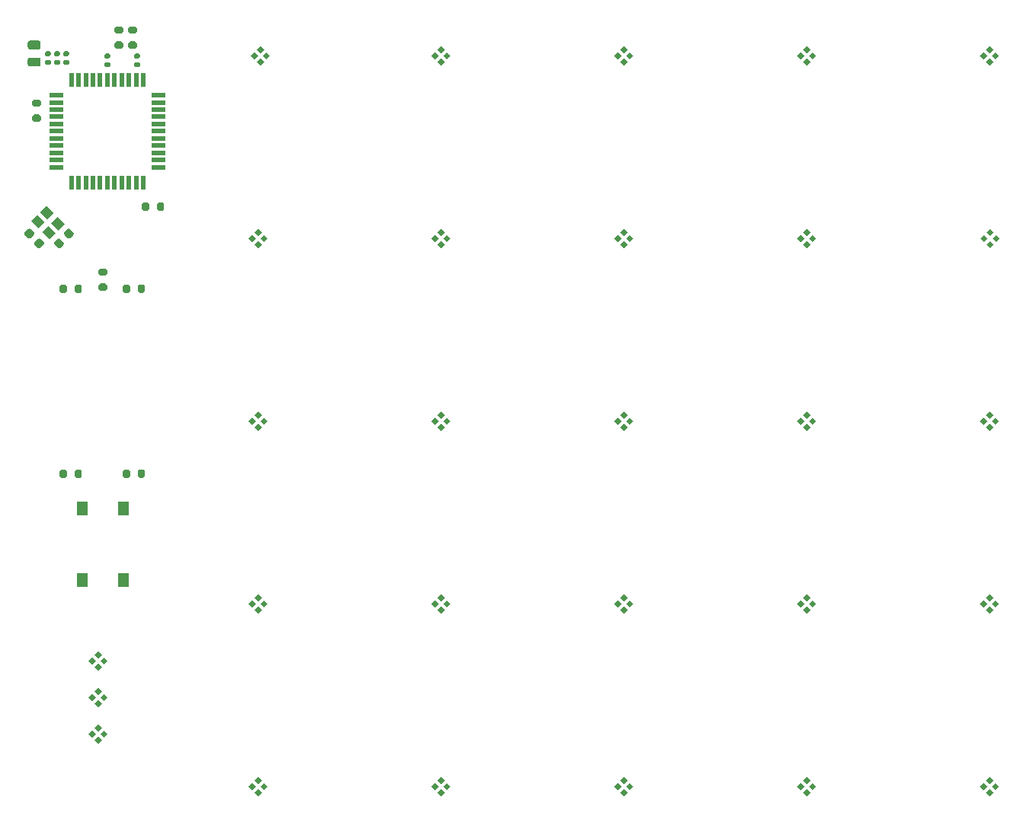
<source format=gbr>
%TF.GenerationSoftware,KiCad,Pcbnew,(5.1.8)-1*%
%TF.CreationDate,2020-12-21T14:13:34-08:00*%
%TF.ProjectId,DeskTopVolKnob_Keypad,4465736b-546f-4705-966f-6c4b6e6f625f,rev?*%
%TF.SameCoordinates,Original*%
%TF.FileFunction,Paste,Top*%
%TF.FilePolarity,Positive*%
%FSLAX46Y46*%
G04 Gerber Fmt 4.6, Leading zero omitted, Abs format (unit mm)*
G04 Created by KiCad (PCBNEW (5.1.8)-1) date 2020-12-21 14:13:34*
%MOMM*%
%LPD*%
G01*
G04 APERTURE LIST*
%ADD10C,0.100000*%
%ADD11R,1.300000X1.550000*%
%ADD12R,1.500000X0.550000*%
%ADD13R,0.550000X1.500000*%
G04 APERTURE END LIST*
D10*
%TO.C,D51*%
G36*
X45048249Y-100210909D02*
G01*
X44659340Y-99822000D01*
X45048249Y-99433091D01*
X45437158Y-99822000D01*
X45048249Y-100210909D01*
G37*
G36*
X45720000Y-99539158D02*
G01*
X45331091Y-99150249D01*
X45720000Y-98761340D01*
X46108909Y-99150249D01*
X45720000Y-99539158D01*
G37*
G36*
X46391751Y-100210909D02*
G01*
X46002842Y-99822000D01*
X46391751Y-99433091D01*
X46780660Y-99822000D01*
X46391751Y-100210909D01*
G37*
G36*
X45720000Y-100882660D02*
G01*
X45331091Y-100493751D01*
X45720000Y-100104842D01*
X46108909Y-100493751D01*
X45720000Y-100882660D01*
G37*
%TD*%
%TO.C,D52*%
G36*
X45048249Y-104274909D02*
G01*
X44659340Y-103886000D01*
X45048249Y-103497091D01*
X45437158Y-103886000D01*
X45048249Y-104274909D01*
G37*
G36*
X45720000Y-103603158D02*
G01*
X45331091Y-103214249D01*
X45720000Y-102825340D01*
X46108909Y-103214249D01*
X45720000Y-103603158D01*
G37*
G36*
X46391751Y-104274909D02*
G01*
X46002842Y-103886000D01*
X46391751Y-103497091D01*
X46780660Y-103886000D01*
X46391751Y-104274909D01*
G37*
G36*
X45720000Y-104946660D02*
G01*
X45331091Y-104557751D01*
X45720000Y-104168842D01*
X46108909Y-104557751D01*
X45720000Y-104946660D01*
G37*
%TD*%
%TO.C,D53*%
G36*
X45048249Y-108338909D02*
G01*
X44659340Y-107950000D01*
X45048249Y-107561091D01*
X45437158Y-107950000D01*
X45048249Y-108338909D01*
G37*
G36*
X45720000Y-107667158D02*
G01*
X45331091Y-107278249D01*
X45720000Y-106889340D01*
X46108909Y-107278249D01*
X45720000Y-107667158D01*
G37*
G36*
X46391751Y-108338909D02*
G01*
X46002842Y-107950000D01*
X46391751Y-107561091D01*
X46780660Y-107950000D01*
X46391751Y-108338909D01*
G37*
G36*
X45720000Y-109010660D02*
G01*
X45331091Y-108621751D01*
X45720000Y-108232842D01*
X46108909Y-108621751D01*
X45720000Y-109010660D01*
G37*
%TD*%
%TO.C,D50*%
G36*
X63111091Y-113120249D02*
G01*
X63500000Y-112731340D01*
X63888909Y-113120249D01*
X63500000Y-113509158D01*
X63111091Y-113120249D01*
G37*
G36*
X63782842Y-113792000D02*
G01*
X64171751Y-113403091D01*
X64560660Y-113792000D01*
X64171751Y-114180909D01*
X63782842Y-113792000D01*
G37*
G36*
X63111091Y-114463751D02*
G01*
X63500000Y-114074842D01*
X63888909Y-114463751D01*
X63500000Y-114852660D01*
X63111091Y-114463751D01*
G37*
G36*
X62439340Y-113792000D02*
G01*
X62828249Y-113403091D01*
X63217158Y-113792000D01*
X62828249Y-114180909D01*
X62439340Y-113792000D01*
G37*
%TD*%
%TO.C,D49*%
G36*
X83431091Y-113120249D02*
G01*
X83820000Y-112731340D01*
X84208909Y-113120249D01*
X83820000Y-113509158D01*
X83431091Y-113120249D01*
G37*
G36*
X84102842Y-113792000D02*
G01*
X84491751Y-113403091D01*
X84880660Y-113792000D01*
X84491751Y-114180909D01*
X84102842Y-113792000D01*
G37*
G36*
X83431091Y-114463751D02*
G01*
X83820000Y-114074842D01*
X84208909Y-114463751D01*
X83820000Y-114852660D01*
X83431091Y-114463751D01*
G37*
G36*
X82759340Y-113792000D02*
G01*
X83148249Y-113403091D01*
X83537158Y-113792000D01*
X83148249Y-114180909D01*
X82759340Y-113792000D01*
G37*
%TD*%
%TO.C,D48*%
G36*
X103751091Y-113120249D02*
G01*
X104140000Y-112731340D01*
X104528909Y-113120249D01*
X104140000Y-113509158D01*
X103751091Y-113120249D01*
G37*
G36*
X104422842Y-113792000D02*
G01*
X104811751Y-113403091D01*
X105200660Y-113792000D01*
X104811751Y-114180909D01*
X104422842Y-113792000D01*
G37*
G36*
X103751091Y-114463751D02*
G01*
X104140000Y-114074842D01*
X104528909Y-114463751D01*
X104140000Y-114852660D01*
X103751091Y-114463751D01*
G37*
G36*
X103079340Y-113792000D02*
G01*
X103468249Y-113403091D01*
X103857158Y-113792000D01*
X103468249Y-114180909D01*
X103079340Y-113792000D01*
G37*
%TD*%
%TO.C,D47*%
G36*
X124071091Y-113120249D02*
G01*
X124460000Y-112731340D01*
X124848909Y-113120249D01*
X124460000Y-113509158D01*
X124071091Y-113120249D01*
G37*
G36*
X124742842Y-113792000D02*
G01*
X125131751Y-113403091D01*
X125520660Y-113792000D01*
X125131751Y-114180909D01*
X124742842Y-113792000D01*
G37*
G36*
X124071091Y-114463751D02*
G01*
X124460000Y-114074842D01*
X124848909Y-114463751D01*
X124460000Y-114852660D01*
X124071091Y-114463751D01*
G37*
G36*
X123399340Y-113792000D02*
G01*
X123788249Y-113403091D01*
X124177158Y-113792000D01*
X123788249Y-114180909D01*
X123399340Y-113792000D01*
G37*
%TD*%
%TO.C,D46*%
G36*
X144391091Y-113120249D02*
G01*
X144780000Y-112731340D01*
X145168909Y-113120249D01*
X144780000Y-113509158D01*
X144391091Y-113120249D01*
G37*
G36*
X145062842Y-113792000D02*
G01*
X145451751Y-113403091D01*
X145840660Y-113792000D01*
X145451751Y-114180909D01*
X145062842Y-113792000D01*
G37*
G36*
X144391091Y-114463751D02*
G01*
X144780000Y-114074842D01*
X145168909Y-114463751D01*
X144780000Y-114852660D01*
X144391091Y-114463751D01*
G37*
G36*
X143719340Y-113792000D02*
G01*
X144108249Y-113403091D01*
X144497158Y-113792000D01*
X144108249Y-114180909D01*
X143719340Y-113792000D01*
G37*
%TD*%
%TO.C,D45*%
G36*
X145168909Y-94143751D02*
G01*
X144780000Y-94532660D01*
X144391091Y-94143751D01*
X144780000Y-93754842D01*
X145168909Y-94143751D01*
G37*
G36*
X144497158Y-93472000D02*
G01*
X144108249Y-93860909D01*
X143719340Y-93472000D01*
X144108249Y-93083091D01*
X144497158Y-93472000D01*
G37*
G36*
X145168909Y-92800249D02*
G01*
X144780000Y-93189158D01*
X144391091Y-92800249D01*
X144780000Y-92411340D01*
X145168909Y-92800249D01*
G37*
G36*
X145840660Y-93472000D02*
G01*
X145451751Y-93860909D01*
X145062842Y-93472000D01*
X145451751Y-93083091D01*
X145840660Y-93472000D01*
G37*
%TD*%
%TO.C,D44*%
G36*
X124848909Y-94143751D02*
G01*
X124460000Y-94532660D01*
X124071091Y-94143751D01*
X124460000Y-93754842D01*
X124848909Y-94143751D01*
G37*
G36*
X124177158Y-93472000D02*
G01*
X123788249Y-93860909D01*
X123399340Y-93472000D01*
X123788249Y-93083091D01*
X124177158Y-93472000D01*
G37*
G36*
X124848909Y-92800249D02*
G01*
X124460000Y-93189158D01*
X124071091Y-92800249D01*
X124460000Y-92411340D01*
X124848909Y-92800249D01*
G37*
G36*
X125520660Y-93472000D02*
G01*
X125131751Y-93860909D01*
X124742842Y-93472000D01*
X125131751Y-93083091D01*
X125520660Y-93472000D01*
G37*
%TD*%
%TO.C,D43*%
G36*
X104528909Y-94143751D02*
G01*
X104140000Y-94532660D01*
X103751091Y-94143751D01*
X104140000Y-93754842D01*
X104528909Y-94143751D01*
G37*
G36*
X103857158Y-93472000D02*
G01*
X103468249Y-93860909D01*
X103079340Y-93472000D01*
X103468249Y-93083091D01*
X103857158Y-93472000D01*
G37*
G36*
X104528909Y-92800249D02*
G01*
X104140000Y-93189158D01*
X103751091Y-92800249D01*
X104140000Y-92411340D01*
X104528909Y-92800249D01*
G37*
G36*
X105200660Y-93472000D02*
G01*
X104811751Y-93860909D01*
X104422842Y-93472000D01*
X104811751Y-93083091D01*
X105200660Y-93472000D01*
G37*
%TD*%
%TO.C,D42*%
G36*
X84208909Y-94143751D02*
G01*
X83820000Y-94532660D01*
X83431091Y-94143751D01*
X83820000Y-93754842D01*
X84208909Y-94143751D01*
G37*
G36*
X83537158Y-93472000D02*
G01*
X83148249Y-93860909D01*
X82759340Y-93472000D01*
X83148249Y-93083091D01*
X83537158Y-93472000D01*
G37*
G36*
X84208909Y-92800249D02*
G01*
X83820000Y-93189158D01*
X83431091Y-92800249D01*
X83820000Y-92411340D01*
X84208909Y-92800249D01*
G37*
G36*
X84880660Y-93472000D02*
G01*
X84491751Y-93860909D01*
X84102842Y-93472000D01*
X84491751Y-93083091D01*
X84880660Y-93472000D01*
G37*
%TD*%
%TO.C,D41*%
G36*
X63888909Y-94143751D02*
G01*
X63500000Y-94532660D01*
X63111091Y-94143751D01*
X63500000Y-93754842D01*
X63888909Y-94143751D01*
G37*
G36*
X63217158Y-93472000D02*
G01*
X62828249Y-93860909D01*
X62439340Y-93472000D01*
X62828249Y-93083091D01*
X63217158Y-93472000D01*
G37*
G36*
X63888909Y-92800249D02*
G01*
X63500000Y-93189158D01*
X63111091Y-92800249D01*
X63500000Y-92411340D01*
X63888909Y-92800249D01*
G37*
G36*
X64560660Y-93472000D02*
G01*
X64171751Y-93860909D01*
X63782842Y-93472000D01*
X64171751Y-93083091D01*
X64560660Y-93472000D01*
G37*
%TD*%
%TO.C,D40*%
G36*
X63111091Y-72480249D02*
G01*
X63500000Y-72091340D01*
X63888909Y-72480249D01*
X63500000Y-72869158D01*
X63111091Y-72480249D01*
G37*
G36*
X63782842Y-73152000D02*
G01*
X64171751Y-72763091D01*
X64560660Y-73152000D01*
X64171751Y-73540909D01*
X63782842Y-73152000D01*
G37*
G36*
X63111091Y-73823751D02*
G01*
X63500000Y-73434842D01*
X63888909Y-73823751D01*
X63500000Y-74212660D01*
X63111091Y-73823751D01*
G37*
G36*
X62439340Y-73152000D02*
G01*
X62828249Y-72763091D01*
X63217158Y-73152000D01*
X62828249Y-73540909D01*
X62439340Y-73152000D01*
G37*
%TD*%
%TO.C,D39*%
G36*
X83431091Y-72480249D02*
G01*
X83820000Y-72091340D01*
X84208909Y-72480249D01*
X83820000Y-72869158D01*
X83431091Y-72480249D01*
G37*
G36*
X84102842Y-73152000D02*
G01*
X84491751Y-72763091D01*
X84880660Y-73152000D01*
X84491751Y-73540909D01*
X84102842Y-73152000D01*
G37*
G36*
X83431091Y-73823751D02*
G01*
X83820000Y-73434842D01*
X84208909Y-73823751D01*
X83820000Y-74212660D01*
X83431091Y-73823751D01*
G37*
G36*
X82759340Y-73152000D02*
G01*
X83148249Y-72763091D01*
X83537158Y-73152000D01*
X83148249Y-73540909D01*
X82759340Y-73152000D01*
G37*
%TD*%
%TO.C,D38*%
G36*
X103751091Y-72480249D02*
G01*
X104140000Y-72091340D01*
X104528909Y-72480249D01*
X104140000Y-72869158D01*
X103751091Y-72480249D01*
G37*
G36*
X104422842Y-73152000D02*
G01*
X104811751Y-72763091D01*
X105200660Y-73152000D01*
X104811751Y-73540909D01*
X104422842Y-73152000D01*
G37*
G36*
X103751091Y-73823751D02*
G01*
X104140000Y-73434842D01*
X104528909Y-73823751D01*
X104140000Y-74212660D01*
X103751091Y-73823751D01*
G37*
G36*
X103079340Y-73152000D02*
G01*
X103468249Y-72763091D01*
X103857158Y-73152000D01*
X103468249Y-73540909D01*
X103079340Y-73152000D01*
G37*
%TD*%
%TO.C,D37*%
G36*
X124071091Y-72480249D02*
G01*
X124460000Y-72091340D01*
X124848909Y-72480249D01*
X124460000Y-72869158D01*
X124071091Y-72480249D01*
G37*
G36*
X124742842Y-73152000D02*
G01*
X125131751Y-72763091D01*
X125520660Y-73152000D01*
X125131751Y-73540909D01*
X124742842Y-73152000D01*
G37*
G36*
X124071091Y-73823751D02*
G01*
X124460000Y-73434842D01*
X124848909Y-73823751D01*
X124460000Y-74212660D01*
X124071091Y-73823751D01*
G37*
G36*
X123399340Y-73152000D02*
G01*
X123788249Y-72763091D01*
X124177158Y-73152000D01*
X123788249Y-73540909D01*
X123399340Y-73152000D01*
G37*
%TD*%
%TO.C,D36*%
G36*
X144391091Y-72480249D02*
G01*
X144780000Y-72091340D01*
X145168909Y-72480249D01*
X144780000Y-72869158D01*
X144391091Y-72480249D01*
G37*
G36*
X145062842Y-73152000D02*
G01*
X145451751Y-72763091D01*
X145840660Y-73152000D01*
X145451751Y-73540909D01*
X145062842Y-73152000D01*
G37*
G36*
X144391091Y-73823751D02*
G01*
X144780000Y-73434842D01*
X145168909Y-73823751D01*
X144780000Y-74212660D01*
X144391091Y-73823751D01*
G37*
G36*
X143719340Y-73152000D02*
G01*
X144108249Y-72763091D01*
X144497158Y-73152000D01*
X144108249Y-73540909D01*
X143719340Y-73152000D01*
G37*
%TD*%
%TO.C,D35*%
G36*
X145201909Y-53503751D02*
G01*
X144813000Y-53892660D01*
X144424091Y-53503751D01*
X144813000Y-53114842D01*
X145201909Y-53503751D01*
G37*
G36*
X144530158Y-52832000D02*
G01*
X144141249Y-53220909D01*
X143752340Y-52832000D01*
X144141249Y-52443091D01*
X144530158Y-52832000D01*
G37*
G36*
X145201909Y-52160249D02*
G01*
X144813000Y-52549158D01*
X144424091Y-52160249D01*
X144813000Y-51771340D01*
X145201909Y-52160249D01*
G37*
G36*
X145873660Y-52832000D02*
G01*
X145484751Y-53220909D01*
X145095842Y-52832000D01*
X145484751Y-52443091D01*
X145873660Y-52832000D01*
G37*
%TD*%
%TO.C,D34*%
G36*
X124848909Y-53503751D02*
G01*
X124460000Y-53892660D01*
X124071091Y-53503751D01*
X124460000Y-53114842D01*
X124848909Y-53503751D01*
G37*
G36*
X124177158Y-52832000D02*
G01*
X123788249Y-53220909D01*
X123399340Y-52832000D01*
X123788249Y-52443091D01*
X124177158Y-52832000D01*
G37*
G36*
X124848909Y-52160249D02*
G01*
X124460000Y-52549158D01*
X124071091Y-52160249D01*
X124460000Y-51771340D01*
X124848909Y-52160249D01*
G37*
G36*
X125520660Y-52832000D02*
G01*
X125131751Y-53220909D01*
X124742842Y-52832000D01*
X125131751Y-52443091D01*
X125520660Y-52832000D01*
G37*
%TD*%
%TO.C,D33*%
G36*
X104528909Y-53503751D02*
G01*
X104140000Y-53892660D01*
X103751091Y-53503751D01*
X104140000Y-53114842D01*
X104528909Y-53503751D01*
G37*
G36*
X103857158Y-52832000D02*
G01*
X103468249Y-53220909D01*
X103079340Y-52832000D01*
X103468249Y-52443091D01*
X103857158Y-52832000D01*
G37*
G36*
X104528909Y-52160249D02*
G01*
X104140000Y-52549158D01*
X103751091Y-52160249D01*
X104140000Y-51771340D01*
X104528909Y-52160249D01*
G37*
G36*
X105200660Y-52832000D02*
G01*
X104811751Y-53220909D01*
X104422842Y-52832000D01*
X104811751Y-52443091D01*
X105200660Y-52832000D01*
G37*
%TD*%
%TO.C,D32*%
G36*
X84208909Y-53503751D02*
G01*
X83820000Y-53892660D01*
X83431091Y-53503751D01*
X83820000Y-53114842D01*
X84208909Y-53503751D01*
G37*
G36*
X83537158Y-52832000D02*
G01*
X83148249Y-53220909D01*
X82759340Y-52832000D01*
X83148249Y-52443091D01*
X83537158Y-52832000D01*
G37*
G36*
X84208909Y-52160249D02*
G01*
X83820000Y-52549158D01*
X83431091Y-52160249D01*
X83820000Y-51771340D01*
X84208909Y-52160249D01*
G37*
G36*
X84880660Y-52832000D02*
G01*
X84491751Y-53220909D01*
X84102842Y-52832000D01*
X84491751Y-52443091D01*
X84880660Y-52832000D01*
G37*
%TD*%
%TO.C,D31*%
G36*
X63888909Y-53503751D02*
G01*
X63500000Y-53892660D01*
X63111091Y-53503751D01*
X63500000Y-53114842D01*
X63888909Y-53503751D01*
G37*
G36*
X63217158Y-52832000D02*
G01*
X62828249Y-53220909D01*
X62439340Y-52832000D01*
X62828249Y-52443091D01*
X63217158Y-52832000D01*
G37*
G36*
X63888909Y-52160249D02*
G01*
X63500000Y-52549158D01*
X63111091Y-52160249D01*
X63500000Y-51771340D01*
X63888909Y-52160249D01*
G37*
G36*
X64560660Y-52832000D02*
G01*
X64171751Y-53220909D01*
X63782842Y-52832000D01*
X64171751Y-52443091D01*
X64560660Y-52832000D01*
G37*
%TD*%
%TO.C,D30*%
G36*
X63365091Y-31840249D02*
G01*
X63754000Y-31451340D01*
X64142909Y-31840249D01*
X63754000Y-32229158D01*
X63365091Y-31840249D01*
G37*
G36*
X64036842Y-32512000D02*
G01*
X64425751Y-32123091D01*
X64814660Y-32512000D01*
X64425751Y-32900909D01*
X64036842Y-32512000D01*
G37*
G36*
X63365091Y-33183751D02*
G01*
X63754000Y-32794842D01*
X64142909Y-33183751D01*
X63754000Y-33572660D01*
X63365091Y-33183751D01*
G37*
G36*
X62693340Y-32512000D02*
G01*
X63082249Y-32123091D01*
X63471158Y-32512000D01*
X63082249Y-32900909D01*
X62693340Y-32512000D01*
G37*
%TD*%
%TO.C,D29*%
G36*
X83431091Y-31840249D02*
G01*
X83820000Y-31451340D01*
X84208909Y-31840249D01*
X83820000Y-32229158D01*
X83431091Y-31840249D01*
G37*
G36*
X84102842Y-32512000D02*
G01*
X84491751Y-32123091D01*
X84880660Y-32512000D01*
X84491751Y-32900909D01*
X84102842Y-32512000D01*
G37*
G36*
X83431091Y-33183751D02*
G01*
X83820000Y-32794842D01*
X84208909Y-33183751D01*
X83820000Y-33572660D01*
X83431091Y-33183751D01*
G37*
G36*
X82759340Y-32512000D02*
G01*
X83148249Y-32123091D01*
X83537158Y-32512000D01*
X83148249Y-32900909D01*
X82759340Y-32512000D01*
G37*
%TD*%
%TO.C,D28*%
G36*
X103751091Y-31840249D02*
G01*
X104140000Y-31451340D01*
X104528909Y-31840249D01*
X104140000Y-32229158D01*
X103751091Y-31840249D01*
G37*
G36*
X104422842Y-32512000D02*
G01*
X104811751Y-32123091D01*
X105200660Y-32512000D01*
X104811751Y-32900909D01*
X104422842Y-32512000D01*
G37*
G36*
X103751091Y-33183751D02*
G01*
X104140000Y-32794842D01*
X104528909Y-33183751D01*
X104140000Y-33572660D01*
X103751091Y-33183751D01*
G37*
G36*
X103079340Y-32512000D02*
G01*
X103468249Y-32123091D01*
X103857158Y-32512000D01*
X103468249Y-32900909D01*
X103079340Y-32512000D01*
G37*
%TD*%
%TO.C,D27*%
G36*
X124071091Y-31840249D02*
G01*
X124460000Y-31451340D01*
X124848909Y-31840249D01*
X124460000Y-32229158D01*
X124071091Y-31840249D01*
G37*
G36*
X124742842Y-32512000D02*
G01*
X125131751Y-32123091D01*
X125520660Y-32512000D01*
X125131751Y-32900909D01*
X124742842Y-32512000D01*
G37*
G36*
X124071091Y-33183751D02*
G01*
X124460000Y-32794842D01*
X124848909Y-33183751D01*
X124460000Y-33572660D01*
X124071091Y-33183751D01*
G37*
G36*
X123399340Y-32512000D02*
G01*
X123788249Y-32123091D01*
X124177158Y-32512000D01*
X123788249Y-32900909D01*
X123399340Y-32512000D01*
G37*
%TD*%
%TO.C,D26*%
G36*
X144391091Y-31840249D02*
G01*
X144780000Y-31451340D01*
X145168909Y-31840249D01*
X144780000Y-32229158D01*
X144391091Y-31840249D01*
G37*
G36*
X145062842Y-32512000D02*
G01*
X145451751Y-32123091D01*
X145840660Y-32512000D01*
X145451751Y-32900909D01*
X145062842Y-32512000D01*
G37*
G36*
X144391091Y-33183751D02*
G01*
X144780000Y-32794842D01*
X145168909Y-33183751D01*
X144780000Y-33572660D01*
X144391091Y-33183751D01*
G37*
G36*
X143719340Y-32512000D02*
G01*
X144108249Y-32123091D01*
X144497158Y-32512000D01*
X144108249Y-32900909D01*
X143719340Y-32512000D01*
G37*
%TD*%
%TO.C,C7*%
G36*
G01*
X38554967Y-52425413D02*
X38201413Y-52778967D01*
G75*
G02*
X37883215Y-52778967I-159099J159099D01*
G01*
X37565017Y-52460769D01*
G75*
G02*
X37565017Y-52142571I159099J159099D01*
G01*
X37918571Y-51789017D01*
G75*
G02*
X38236769Y-51789017I159099J-159099D01*
G01*
X38554967Y-52107215D01*
G75*
G02*
X38554967Y-52425413I-159099J-159099D01*
G01*
G37*
G36*
G01*
X39650983Y-53521429D02*
X39297429Y-53874983D01*
G75*
G02*
X38979231Y-53874983I-159099J159099D01*
G01*
X38661033Y-53556785D01*
G75*
G02*
X38661033Y-53238587I159099J159099D01*
G01*
X39014587Y-52885033D01*
G75*
G02*
X39332785Y-52885033I159099J-159099D01*
G01*
X39650983Y-53203231D01*
G75*
G02*
X39650983Y-53521429I-159099J-159099D01*
G01*
G37*
%TD*%
%TO.C,C6*%
G36*
G01*
X41503413Y-52885033D02*
X41856967Y-53238587D01*
G75*
G02*
X41856967Y-53556785I-159099J-159099D01*
G01*
X41538769Y-53874983D01*
G75*
G02*
X41220571Y-53874983I-159099J159099D01*
G01*
X40867017Y-53521429D01*
G75*
G02*
X40867017Y-53203231I159099J159099D01*
G01*
X41185215Y-52885033D01*
G75*
G02*
X41503413Y-52885033I159099J-159099D01*
G01*
G37*
G36*
G01*
X42599429Y-51789017D02*
X42952983Y-52142571D01*
G75*
G02*
X42952983Y-52460769I-159099J-159099D01*
G01*
X42634785Y-52778967D01*
G75*
G02*
X42316587Y-52778967I-159099J159099D01*
G01*
X41963033Y-52425413D01*
G75*
G02*
X41963033Y-52107215I159099J159099D01*
G01*
X42281231Y-51789017D01*
G75*
G02*
X42599429Y-51789017I159099J-159099D01*
G01*
G37*
%TD*%
%TO.C,R11*%
G36*
G01*
X39137000Y-38183000D02*
X38587000Y-38183000D01*
G75*
G02*
X38387000Y-37983000I0J200000D01*
G01*
X38387000Y-37583000D01*
G75*
G02*
X38587000Y-37383000I200000J0D01*
G01*
X39137000Y-37383000D01*
G75*
G02*
X39337000Y-37583000I0J-200000D01*
G01*
X39337000Y-37983000D01*
G75*
G02*
X39137000Y-38183000I-200000J0D01*
G01*
G37*
G36*
G01*
X39137000Y-39833000D02*
X38587000Y-39833000D01*
G75*
G02*
X38387000Y-39633000I0J200000D01*
G01*
X38387000Y-39233000D01*
G75*
G02*
X38587000Y-39033000I200000J0D01*
G01*
X39137000Y-39033000D01*
G75*
G02*
X39337000Y-39233000I0J-200000D01*
G01*
X39337000Y-39633000D01*
G75*
G02*
X39137000Y-39833000I-200000J0D01*
G01*
G37*
%TD*%
D11*
%TO.C,SW27*%
X48478000Y-82893000D03*
X48478000Y-90843000D03*
X43978000Y-82893000D03*
X43978000Y-90843000D03*
%TD*%
%TO.C,R10*%
G36*
G01*
X49255500Y-78719000D02*
X49255500Y-79269000D01*
G75*
G02*
X49055500Y-79469000I-200000J0D01*
G01*
X48655500Y-79469000D01*
G75*
G02*
X48455500Y-79269000I0J200000D01*
G01*
X48455500Y-78719000D01*
G75*
G02*
X48655500Y-78519000I200000J0D01*
G01*
X49055500Y-78519000D01*
G75*
G02*
X49255500Y-78719000I0J-200000D01*
G01*
G37*
G36*
G01*
X50905500Y-78719000D02*
X50905500Y-79269000D01*
G75*
G02*
X50705500Y-79469000I-200000J0D01*
G01*
X50305500Y-79469000D01*
G75*
G02*
X50105500Y-79269000I0J200000D01*
G01*
X50105500Y-78719000D01*
G75*
G02*
X50305500Y-78519000I200000J0D01*
G01*
X50705500Y-78519000D01*
G75*
G02*
X50905500Y-78719000I0J-200000D01*
G01*
G37*
%TD*%
%TO.C,R9*%
G36*
G01*
X42247000Y-58145000D02*
X42247000Y-58695000D01*
G75*
G02*
X42047000Y-58895000I-200000J0D01*
G01*
X41647000Y-58895000D01*
G75*
G02*
X41447000Y-58695000I0J200000D01*
G01*
X41447000Y-58145000D01*
G75*
G02*
X41647000Y-57945000I200000J0D01*
G01*
X42047000Y-57945000D01*
G75*
G02*
X42247000Y-58145000I0J-200000D01*
G01*
G37*
G36*
G01*
X43897000Y-58145000D02*
X43897000Y-58695000D01*
G75*
G02*
X43697000Y-58895000I-200000J0D01*
G01*
X43297000Y-58895000D01*
G75*
G02*
X43097000Y-58695000I0J200000D01*
G01*
X43097000Y-58145000D01*
G75*
G02*
X43297000Y-57945000I200000J0D01*
G01*
X43697000Y-57945000D01*
G75*
G02*
X43897000Y-58145000I0J-200000D01*
G01*
G37*
%TD*%
%TO.C,R8*%
G36*
G01*
X49255500Y-58145000D02*
X49255500Y-58695000D01*
G75*
G02*
X49055500Y-58895000I-200000J0D01*
G01*
X48655500Y-58895000D01*
G75*
G02*
X48455500Y-58695000I0J200000D01*
G01*
X48455500Y-58145000D01*
G75*
G02*
X48655500Y-57945000I200000J0D01*
G01*
X49055500Y-57945000D01*
G75*
G02*
X49255500Y-58145000I0J-200000D01*
G01*
G37*
G36*
G01*
X50905500Y-58145000D02*
X50905500Y-58695000D01*
G75*
G02*
X50705500Y-58895000I-200000J0D01*
G01*
X50305500Y-58895000D01*
G75*
G02*
X50105500Y-58695000I0J200000D01*
G01*
X50105500Y-58145000D01*
G75*
G02*
X50305500Y-57945000I200000J0D01*
G01*
X50705500Y-57945000D01*
G75*
G02*
X50905500Y-58145000I0J-200000D01*
G01*
G37*
%TD*%
%TO.C,R7*%
G36*
G01*
X42247000Y-78719000D02*
X42247000Y-79269000D01*
G75*
G02*
X42047000Y-79469000I-200000J0D01*
G01*
X41647000Y-79469000D01*
G75*
G02*
X41447000Y-79269000I0J200000D01*
G01*
X41447000Y-78719000D01*
G75*
G02*
X41647000Y-78519000I200000J0D01*
G01*
X42047000Y-78519000D01*
G75*
G02*
X42247000Y-78719000I0J-200000D01*
G01*
G37*
G36*
G01*
X43897000Y-78719000D02*
X43897000Y-79269000D01*
G75*
G02*
X43697000Y-79469000I-200000J0D01*
G01*
X43297000Y-79469000D01*
G75*
G02*
X43097000Y-79269000I0J200000D01*
G01*
X43097000Y-78719000D01*
G75*
G02*
X43297000Y-78519000I200000J0D01*
G01*
X43697000Y-78519000D01*
G75*
G02*
X43897000Y-78719000I0J-200000D01*
G01*
G37*
%TD*%
%TO.C,R6*%
G36*
G01*
X46503000Y-56979000D02*
X45953000Y-56979000D01*
G75*
G02*
X45753000Y-56779000I0J200000D01*
G01*
X45753000Y-56379000D01*
G75*
G02*
X45953000Y-56179000I200000J0D01*
G01*
X46503000Y-56179000D01*
G75*
G02*
X46703000Y-56379000I0J-200000D01*
G01*
X46703000Y-56779000D01*
G75*
G02*
X46503000Y-56979000I-200000J0D01*
G01*
G37*
G36*
G01*
X46503000Y-58629000D02*
X45953000Y-58629000D01*
G75*
G02*
X45753000Y-58429000I0J200000D01*
G01*
X45753000Y-58029000D01*
G75*
G02*
X45953000Y-57829000I200000J0D01*
G01*
X46503000Y-57829000D01*
G75*
G02*
X46703000Y-58029000I0J-200000D01*
G01*
X46703000Y-58429000D01*
G75*
G02*
X46503000Y-58629000I-200000J0D01*
G01*
G37*
%TD*%
%TO.C,R5*%
G36*
G01*
X51391000Y-49001000D02*
X51391000Y-49551000D01*
G75*
G02*
X51191000Y-49751000I-200000J0D01*
G01*
X50791000Y-49751000D01*
G75*
G02*
X50591000Y-49551000I0J200000D01*
G01*
X50591000Y-49001000D01*
G75*
G02*
X50791000Y-48801000I200000J0D01*
G01*
X51191000Y-48801000D01*
G75*
G02*
X51391000Y-49001000I0J-200000D01*
G01*
G37*
G36*
G01*
X53041000Y-49001000D02*
X53041000Y-49551000D01*
G75*
G02*
X52841000Y-49751000I-200000J0D01*
G01*
X52441000Y-49751000D01*
G75*
G02*
X52241000Y-49551000I0J200000D01*
G01*
X52241000Y-49001000D01*
G75*
G02*
X52441000Y-48801000I200000J0D01*
G01*
X52841000Y-48801000D01*
G75*
G02*
X53041000Y-49001000I0J-200000D01*
G01*
G37*
%TD*%
%TO.C,R4*%
G36*
G01*
X49805000Y-30055000D02*
X49255000Y-30055000D01*
G75*
G02*
X49055000Y-29855000I0J200000D01*
G01*
X49055000Y-29455000D01*
G75*
G02*
X49255000Y-29255000I200000J0D01*
G01*
X49805000Y-29255000D01*
G75*
G02*
X50005000Y-29455000I0J-200000D01*
G01*
X50005000Y-29855000D01*
G75*
G02*
X49805000Y-30055000I-200000J0D01*
G01*
G37*
G36*
G01*
X49805000Y-31705000D02*
X49255000Y-31705000D01*
G75*
G02*
X49055000Y-31505000I0J200000D01*
G01*
X49055000Y-31105000D01*
G75*
G02*
X49255000Y-30905000I200000J0D01*
G01*
X49805000Y-30905000D01*
G75*
G02*
X50005000Y-31105000I0J-200000D01*
G01*
X50005000Y-31505000D01*
G75*
G02*
X49805000Y-31705000I-200000J0D01*
G01*
G37*
%TD*%
%TO.C,R3*%
G36*
G01*
X47731000Y-30905000D02*
X48281000Y-30905000D01*
G75*
G02*
X48481000Y-31105000I0J-200000D01*
G01*
X48481000Y-31505000D01*
G75*
G02*
X48281000Y-31705000I-200000J0D01*
G01*
X47731000Y-31705000D01*
G75*
G02*
X47531000Y-31505000I0J200000D01*
G01*
X47531000Y-31105000D01*
G75*
G02*
X47731000Y-30905000I200000J0D01*
G01*
G37*
G36*
G01*
X47731000Y-29255000D02*
X48281000Y-29255000D01*
G75*
G02*
X48481000Y-29455000I0J-200000D01*
G01*
X48481000Y-29855000D01*
G75*
G02*
X48281000Y-30055000I-200000J0D01*
G01*
X47731000Y-30055000D01*
G75*
G02*
X47531000Y-29855000I0J200000D01*
G01*
X47531000Y-29455000D01*
G75*
G02*
X47731000Y-29255000I200000J0D01*
G01*
G37*
%TD*%
D10*
%TO.C,Y1*%
G36*
X41015884Y-52220726D02*
G01*
X40308777Y-52927833D01*
X39495604Y-52114660D01*
X40202711Y-51407553D01*
X41015884Y-52220726D01*
G37*
G36*
X39778447Y-50983289D02*
G01*
X39071340Y-51690396D01*
X38258167Y-50877223D01*
X38965274Y-50170116D01*
X39778447Y-50983289D01*
G37*
G36*
X40768396Y-49993340D02*
G01*
X40061289Y-50700447D01*
X39248116Y-49887274D01*
X39955223Y-49180167D01*
X40768396Y-49993340D01*
G37*
G36*
X42005833Y-51230777D02*
G01*
X41298726Y-51937884D01*
X40485553Y-51124711D01*
X41192660Y-50417604D01*
X42005833Y-51230777D01*
G37*
%TD*%
%TO.C,C8*%
G36*
G01*
X46906000Y-32820000D02*
X46566000Y-32820000D01*
G75*
G02*
X46426000Y-32680000I0J140000D01*
G01*
X46426000Y-32400000D01*
G75*
G02*
X46566000Y-32260000I140000J0D01*
G01*
X46906000Y-32260000D01*
G75*
G02*
X47046000Y-32400000I0J-140000D01*
G01*
X47046000Y-32680000D01*
G75*
G02*
X46906000Y-32820000I-140000J0D01*
G01*
G37*
G36*
G01*
X46906000Y-33780000D02*
X46566000Y-33780000D01*
G75*
G02*
X46426000Y-33640000I0J140000D01*
G01*
X46426000Y-33360000D01*
G75*
G02*
X46566000Y-33220000I140000J0D01*
G01*
X46906000Y-33220000D01*
G75*
G02*
X47046000Y-33360000I0J-140000D01*
G01*
X47046000Y-33640000D01*
G75*
G02*
X46906000Y-33780000I-140000J0D01*
G01*
G37*
%TD*%
%TO.C,C4*%
G36*
G01*
X40302000Y-32566000D02*
X39962000Y-32566000D01*
G75*
G02*
X39822000Y-32426000I0J140000D01*
G01*
X39822000Y-32146000D01*
G75*
G02*
X39962000Y-32006000I140000J0D01*
G01*
X40302000Y-32006000D01*
G75*
G02*
X40442000Y-32146000I0J-140000D01*
G01*
X40442000Y-32426000D01*
G75*
G02*
X40302000Y-32566000I-140000J0D01*
G01*
G37*
G36*
G01*
X40302000Y-33526000D02*
X39962000Y-33526000D01*
G75*
G02*
X39822000Y-33386000I0J140000D01*
G01*
X39822000Y-33106000D01*
G75*
G02*
X39962000Y-32966000I140000J0D01*
G01*
X40302000Y-32966000D01*
G75*
G02*
X40442000Y-33106000I0J-140000D01*
G01*
X40442000Y-33386000D01*
G75*
G02*
X40302000Y-33526000I-140000J0D01*
G01*
G37*
%TD*%
%TO.C,C3*%
G36*
G01*
X41318000Y-32566000D02*
X40978000Y-32566000D01*
G75*
G02*
X40838000Y-32426000I0J140000D01*
G01*
X40838000Y-32146000D01*
G75*
G02*
X40978000Y-32006000I140000J0D01*
G01*
X41318000Y-32006000D01*
G75*
G02*
X41458000Y-32146000I0J-140000D01*
G01*
X41458000Y-32426000D01*
G75*
G02*
X41318000Y-32566000I-140000J0D01*
G01*
G37*
G36*
G01*
X41318000Y-33526000D02*
X40978000Y-33526000D01*
G75*
G02*
X40838000Y-33386000I0J140000D01*
G01*
X40838000Y-33106000D01*
G75*
G02*
X40978000Y-32966000I140000J0D01*
G01*
X41318000Y-32966000D01*
G75*
G02*
X41458000Y-33106000I0J-140000D01*
G01*
X41458000Y-33386000D01*
G75*
G02*
X41318000Y-33526000I-140000J0D01*
G01*
G37*
%TD*%
%TO.C,C2*%
G36*
G01*
X42334000Y-32566000D02*
X41994000Y-32566000D01*
G75*
G02*
X41854000Y-32426000I0J140000D01*
G01*
X41854000Y-32146000D01*
G75*
G02*
X41994000Y-32006000I140000J0D01*
G01*
X42334000Y-32006000D01*
G75*
G02*
X42474000Y-32146000I0J-140000D01*
G01*
X42474000Y-32426000D01*
G75*
G02*
X42334000Y-32566000I-140000J0D01*
G01*
G37*
G36*
G01*
X42334000Y-33526000D02*
X41994000Y-33526000D01*
G75*
G02*
X41854000Y-33386000I0J140000D01*
G01*
X41854000Y-33106000D01*
G75*
G02*
X41994000Y-32966000I140000J0D01*
G01*
X42334000Y-32966000D01*
G75*
G02*
X42474000Y-33106000I0J-140000D01*
G01*
X42474000Y-33386000D01*
G75*
G02*
X42334000Y-33526000I-140000J0D01*
G01*
G37*
%TD*%
%TO.C,C1*%
G36*
G01*
X50208000Y-32820000D02*
X49868000Y-32820000D01*
G75*
G02*
X49728000Y-32680000I0J140000D01*
G01*
X49728000Y-32400000D01*
G75*
G02*
X49868000Y-32260000I140000J0D01*
G01*
X50208000Y-32260000D01*
G75*
G02*
X50348000Y-32400000I0J-140000D01*
G01*
X50348000Y-32680000D01*
G75*
G02*
X50208000Y-32820000I-140000J0D01*
G01*
G37*
G36*
G01*
X50208000Y-33780000D02*
X49868000Y-33780000D01*
G75*
G02*
X49728000Y-33640000I0J140000D01*
G01*
X49728000Y-33360000D01*
G75*
G02*
X49868000Y-33220000I140000J0D01*
G01*
X50208000Y-33220000D01*
G75*
G02*
X50348000Y-33360000I0J-140000D01*
G01*
X50348000Y-33640000D01*
G75*
G02*
X50208000Y-33780000I-140000J0D01*
G01*
G37*
%TD*%
D12*
%TO.C,U1*%
X52436000Y-36894000D03*
X52436000Y-37694000D03*
X52436000Y-38494000D03*
X52436000Y-39294000D03*
X52436000Y-40094000D03*
X52436000Y-40894000D03*
X52436000Y-41694000D03*
X52436000Y-42494000D03*
X52436000Y-43294000D03*
X52436000Y-44094000D03*
X52436000Y-44894000D03*
D13*
X50736000Y-46594000D03*
X49936000Y-46594000D03*
X49136000Y-46594000D03*
X48336000Y-46594000D03*
X47536000Y-46594000D03*
X46736000Y-46594000D03*
X45936000Y-46594000D03*
X45136000Y-46594000D03*
X44336000Y-46594000D03*
X43536000Y-46594000D03*
X42736000Y-46594000D03*
D12*
X41036000Y-44894000D03*
X41036000Y-44094000D03*
X41036000Y-43294000D03*
X41036000Y-42494000D03*
X41036000Y-41694000D03*
X41036000Y-40894000D03*
X41036000Y-40094000D03*
X41036000Y-39294000D03*
X41036000Y-38494000D03*
X41036000Y-37694000D03*
X41036000Y-36894000D03*
D13*
X42736000Y-35194000D03*
X43536000Y-35194000D03*
X44336000Y-35194000D03*
X45136000Y-35194000D03*
X45936000Y-35194000D03*
X46736000Y-35194000D03*
X47536000Y-35194000D03*
X48336000Y-35194000D03*
X49136000Y-35194000D03*
X49936000Y-35194000D03*
X50736000Y-35194000D03*
%TD*%
%TO.C,C5*%
G36*
G01*
X39083000Y-31808000D02*
X38133000Y-31808000D01*
G75*
G02*
X37883000Y-31558000I0J250000D01*
G01*
X37883000Y-31058000D01*
G75*
G02*
X38133000Y-30808000I250000J0D01*
G01*
X39083000Y-30808000D01*
G75*
G02*
X39333000Y-31058000I0J-250000D01*
G01*
X39333000Y-31558000D01*
G75*
G02*
X39083000Y-31808000I-250000J0D01*
G01*
G37*
G36*
G01*
X39083000Y-33708000D02*
X38133000Y-33708000D01*
G75*
G02*
X37883000Y-33458000I0J250000D01*
G01*
X37883000Y-32958000D01*
G75*
G02*
X38133000Y-32708000I250000J0D01*
G01*
X39083000Y-32708000D01*
G75*
G02*
X39333000Y-32958000I0J-250000D01*
G01*
X39333000Y-33458000D01*
G75*
G02*
X39083000Y-33708000I-250000J0D01*
G01*
G37*
%TD*%
M02*

</source>
